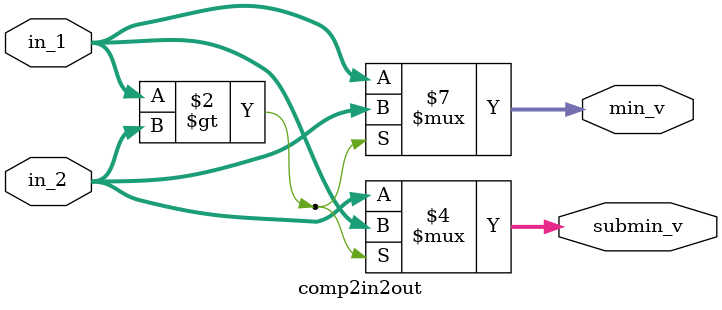
<source format=v>
/***************************************************
@File         :  comp2in2out.v
@Author       :  JiangxuanLi 
@DateTime     :  2020/12/12 22:45:28
@Description  :  2 input comparison

****************************************************/

module comp2in2out #(
    parameter WIDTH = 7
)(    
    input  [WIDTH-1:0] in_1         ,
    input  [WIDTH-1:0] in_2         ,
 
    output reg [WIDTH-1:0] min_v    ,
    output reg [WIDTH-1:0] submin_v 
);
    
    always @(*) begin 
        if (in_1 > in_2) begin 
            min_v    = in_2;
            submin_v = in_1;
        end
        else begin 
            min_v    = in_1;
            submin_v = in_2;
        end
    end

endmodule
</source>
